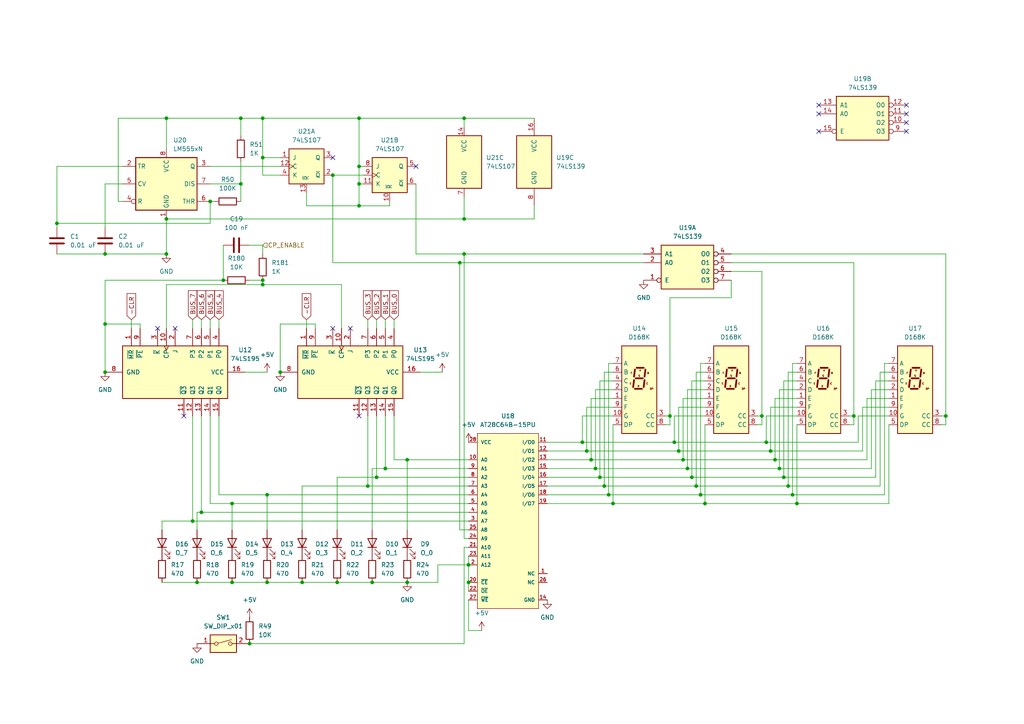
<source format=kicad_sch>
(kicad_sch (version 20230121) (generator eeschema)
  (paper "A4")
  (title_block (title "Output-Register") (date "2023-07-12") (rev "1"))
  (lib_symbols
    (symbol "74xx:74LS107" (pin_names (offset 1.016))
      (property "Reference" "U" (at -7.62 8.89 0))
      (property "Value" "74LS107" (at -7.62 -8.89 0))
      (symbol "74LS107_1_0"
        (pin input line (at -7.62 2.54 0) (length 2.54) (name "J") (number "1"))
        (pin input clock (at -7.62 0 0) (length 2.54) (name "C") (number "12"))
        (pin input line (at 0 -7.62 90) (length 2.54) (name "~{R}") (number "13"))
        (pin output line (at 7.62 -2.54 180) (length 2.54) (name "~{Q}") (number "2"))
        (pin output line (at 7.62 2.54 180) (length 2.54) (name "Q") (number "3"))
        (pin input line (at -7.62 -2.54 0) (length 2.54) (name "K") (number "4"))
      )
      (symbol "74LS107_1_1"
        (rectangle (start -5.08 5.08) (end 5.08 -5.08) (stroke (width 0.254)) (fill (type background)))
      )
      (symbol "74LS107_2_0"
        (pin input line (at 0 -7.62 90) (length 2.54) (name "~{R}") (number "10"))
        (pin input line (at -7.62 -2.54 0) (length 2.54) (name "K") (number "11"))
        (pin output line (at 7.62 2.54 180) (length 2.54) (name "Q") (number "5"))
        (pin output line (at 7.62 -2.54 180) (length 2.54) (name "~{Q}") (number "6"))
        (pin input line (at -7.62 2.54 0) (length 2.54) (name "J") (number "8"))
        (pin input clock (at -7.62 0 0) (length 2.54) (name "C") (number "9"))
      )
      (symbol "74LS107_2_1"
        (rectangle (start -5.08 5.08) (end 5.08 -5.08) (stroke (width 0.254)) (fill (type background)))
      )
      (symbol "74LS107_3_0"
        (pin power_in line (at 0 10.16 270) (length 2.54) (name "VCC") (number "14"))
        (pin power_in line (at 0 -10.16 90) (length 2.54) (name "GND") (number "7"))
      )
      (symbol "74LS107_3_1"
        (rectangle (start -5.08 7.62) (end 5.08 -7.62) (stroke (width 0.254)) (fill (type background)))
      )
    )
    (symbol "74xx:74LS139" (pin_names (offset 1.016))
      (property "Reference" "U" (at -7.62 8.89 0))
      (property "Value" "74LS139" (at -7.62 -8.89 0))
      (symbol "74LS139_1_0"
        (pin input inverted (at -12.7 -5.08 0) (length 5.08) (name "E") (number "1"))
        (pin input line (at -12.7 0 0) (length 5.08) (name "A0") (number "2"))
        (pin input line (at -12.7 2.54 0) (length 5.08) (name "A1") (number "3"))
        (pin output inverted (at 12.7 2.54 180) (length 5.08) (name "O0") (number "4"))
        (pin output inverted (at 12.7 0 180) (length 5.08) (name "O1") (number "5"))
        (pin output inverted (at 12.7 -2.54 180) (length 5.08) (name "O2") (number "6"))
        (pin output inverted (at 12.7 -5.08 180) (length 5.08) (name "O3") (number "7"))
      )
      (symbol "74LS139_1_1"
        (rectangle (start -7.62 5.08) (end 7.62 -7.62) (stroke (width 0.254)) (fill (type background)))
      )
      (symbol "74LS139_2_0"
        (pin output inverted (at 12.7 -2.54 180) (length 5.08) (name "O2") (number "10"))
        (pin output inverted (at 12.7 0 180) (length 5.08) (name "O1") (number "11"))
        (pin output inverted (at 12.7 2.54 180) (length 5.08) (name "O0") (number "12"))
        (pin input line (at -12.7 2.54 0) (length 5.08) (name "A1") (number "13"))
        (pin input line (at -12.7 0 0) (length 5.08) (name "A0") (number "14"))
        (pin input inverted (at -12.7 -5.08 0) (length 5.08) (name "E") (number "15"))
        (pin output inverted (at 12.7 -5.08 180) (length 5.08) (name "O3") (number "9"))
      )
      (symbol "74LS139_2_1"
        (rectangle (start -7.62 5.08) (end 7.62 -7.62) (stroke (width 0.254)) (fill (type background)))
      )
      (symbol "74LS139_3_0"
        (pin power_in line (at 0 12.7 270) (length 5.08) (name "VCC") (number "16"))
        (pin power_in line (at 0 -12.7 90) (length 5.08) (name "GND") (number "8"))
      )
      (symbol "74LS139_3_1"
        (rectangle (start -5.08 7.62) (end 5.08 -7.62) (stroke (width 0.254)) (fill (type background)))
      )
    )
    (symbol "74xx:74LS195" (pin_names (offset 1.016))
      (property "Reference" "U" (at -7.62 16.51 0))
      (property "Value" "74LS195" (at -7.62 -16.51 0))
      (symbol "74LS195_1_0"
        (pin input line (at -12.7 -12.7 0) (length 5.08) (name "~{MR}") (number "1"))
        (pin input clock (at -12.7 -2.54 0) (length 5.08) (name "CP") (number "10"))
        (pin output line (at 12.7 2.54 180) (length 5.08) (name "~{Q3}") (number "11"))
        (pin output line (at 12.7 5.08 180) (length 5.08) (name "Q3") (number "12"))
        (pin output line (at 12.7 7.62 180) (length 5.08) (name "Q2") (number "13"))
        (pin output line (at 12.7 10.16 180) (length 5.08) (name "Q1") (number "14"))
        (pin output line (at 12.7 12.7 180) (length 5.08) (name "Q0") (number "15"))
        (pin power_in line (at 0 20.32 270) (length 5.08) (name "VCC") (number "16"))
        (pin input line (at -12.7 0 0) (length 5.08) (name "J") (number "2"))
        (pin input line (at -12.7 -5.08 0) (length 5.08) (name "~{K}") (number "3"))
        (pin input line (at -12.7 12.7 0) (length 5.08) (name "P0") (number "4"))
        (pin input line (at -12.7 10.16 0) (length 5.08) (name "P1") (number "5"))
        (pin input line (at -12.7 7.62 0) (length 5.08) (name "P2") (number "6"))
        (pin input line (at -12.7 5.08 0) (length 5.08) (name "P3") (number "7"))
        (pin power_in line (at 0 -20.32 90) (length 5.08) (name "GND") (number "8"))
        (pin input line (at -12.7 -10.16 0) (length 5.08) (name "~{PE}") (number "9"))
      )
      (symbol "74LS195_1_1"
        (rectangle (start -7.62 15.24) (end 7.62 -15.24) (stroke (width 0.254)) (fill (type background)))
      )
    )
    (symbol "Device:C" (pin_numbers hide) (pin_names (offset 0.254))
      (property "Reference" "C" (at 0.635 2.54 0))
      (property "Value" "C" (at 0.635 -2.54 0))
      (symbol "C_0_1"
        (polyline (pts (xy -2.032 -0.762) (xy 2.032 -0.762)) (stroke (width 0.508)))
        (polyline (pts (xy -2.032 0.762) (xy 2.032 0.762)) (stroke (width 0.508)))
      )
      (symbol "C_1_1"
        (pin passive line (at 0 3.81 270) (length 2.794) (name "~") (number "1"))
        (pin passive line (at 0 -3.81 90) (length 2.794) (name "~") (number "2"))
      )
    )
    (symbol "Device:LED" (pin_numbers hide) (pin_names (offset 1.016) hide)
      (property "Reference" "D" (at 0 2.54 0))
      (property "Value" "LED" (at 0 -2.54 0))
      (symbol "LED_0_1"
        (polyline (pts (xy -1.27 -1.27) (xy -1.27 1.27)) (stroke (width 0.254)))
        (polyline (pts (xy -1.27 0) (xy 1.27 0)))
        (polyline (pts (xy 1.27 -1.27) (xy 1.27 1.27) (xy -1.27 0) (xy 1.27 -1.27)) (stroke (width 0.254)))
        (polyline (pts (xy -3.048 -0.762) (xy -4.572 -2.286) (xy -3.81 -2.286) (xy -4.572 -2.286) (xy -4.572 -1.524)))
        (polyline (pts (xy -1.778 -0.762) (xy -3.302 -2.286) (xy -2.54 -2.286) (xy -3.302 -2.286) (xy -3.302 -1.524)))
      )
      (symbol "LED_1_1"
        (pin passive line (at -3.81 0 0) (length 2.54) (name "K") (number "1"))
        (pin passive line (at 3.81 0 180) (length 2.54) (name "A") (number "2"))
      )
    )
    (symbol "Device:R" (pin_numbers hide) (pin_names (offset 0))
      (property "Reference" "R" (at 2.032 0 90))
      (property "Value" "R" (at 0 0 90))
      (symbol "R_0_1"
        (rectangle (start -1.016 -2.54) (end 1.016 2.54) (stroke (width 0.254)))
      )
      (symbol "R_1_1"
        (pin passive line (at 0 3.81 270) (length 1.27) (name "~") (number "1"))
        (pin passive line (at 0 -3.81 90) (length 1.27) (name "~") (number "2"))
      )
    )
    (symbol "Display_Character:D168K"
      (property "Reference" "U" (at -2.54 13.97 0))
      (property "Value" "D168K" (at 1.27 13.97 0))
      (symbol "D168K_0_0"
        (text "A" (at 0.254 5.588 0) (effects (font (size 0.508 0.508))))
        (text "B" (at 2.54 4.826 0) (effects (font (size 0.508 0.508))))
        (text "C" (at 2.286 1.778 0) (effects (font (size 0.508 0.508))))
        (text "D" (at -0.254 1.016 0) (effects (font (size 0.508 0.508))))
        (text "DP" (at 3.556 0.254 0) (effects (font (size 0.508 0.508))))
        (text "E" (at -2.54 1.778 0) (effects (font (size 0.508 0.508))))
        (text "F" (at -2.286 4.826 0) (effects (font (size 0.508 0.508))))
        (text "G" (at 0 4.064 0) (effects (font (size 0.508 0.508))))
      )
      (symbol "D168K_0_1"
        (rectangle (start -5.08 12.7) (end 5.08 -12.7) (stroke (width 0.254)) (fill (type background)))
        (polyline (pts (xy -1.524 2.794) (xy -1.778 0.762)) (stroke (width 0.508)))
        (polyline (pts (xy -1.27 0.254) (xy 0.762 0.254)) (stroke (width 0.508)))
        (polyline (pts (xy -1.27 5.842) (xy -1.524 3.81)) (stroke (width 0.508)))
        (polyline (pts (xy -1.016 3.302) (xy 1.016 3.302)) (stroke (width 0.508)))
        (polyline (pts (xy -0.762 6.35) (xy 1.27 6.35)) (stroke (width 0.508)))
        (polyline (pts (xy 1.524 2.794) (xy 1.27 0.762)) (stroke (width 0.508)))
        (polyline (pts (xy 1.778 5.842) (xy 1.524 3.81)) (stroke (width 0.508)))
        (polyline (pts (xy 2.54 0.254) (xy 2.54 0.254)) (stroke (width 0.508)))
      )
      (symbol "D168K_1_1"
        (pin input line (at -7.62 -2.54 0) (length 2.54) (name "E") (number "1"))
        (pin input line (at -7.62 -7.62 0) (length 2.54) (name "G") (number "10"))
        (pin input line (at -7.62 0 0) (length 2.54) (name "D") (number "2"))
        (pin input line (at 7.62 -7.62 180) (length 2.54) (name "CC") (number "3"))
        (pin input line (at -7.62 2.54 0) (length 2.54) (name "C") (number "4"))
        (pin input line (at -7.62 -10.16 0) (length 2.54) (name "DP") (number "5"))
        (pin input line (at -7.62 5.08 0) (length 2.54) (name "B") (number "6"))
        (pin input line (at -7.62 7.62 0) (length 2.54) (name "A") (number "7"))
        (pin input line (at 7.62 -10.16 180) (length 2.54) (name "CC") (number "8"))
        (pin input line (at -7.62 -5.08 0) (length 2.54) (name "F") (number "9"))
      )
    )
    (symbol "Parallel_EEPROM:AT28C64B-15PU" (pin_names (offset 1.016))
      (property "Reference" "U" (at 0 5.08 0))
      (property "Value" "AT28C64B-15PU" (at 0 7.62 0))
      (symbol "AT28C64B-15PU_1_1"
        (rectangle (start 5.08 2.54) (end 22.86 -48.26) (fill (type background)))
        (pin unspecified line (at 25.4 -38.1 180) (length 2.54) (name "NC") (number "1"))
        (pin input line (at 2.54 -5.08 0) (length 2.54) (name "A0") (number "10"))
        (pin bidirectional line (at 25.4 0 180) (length 2.54) (name "I/O0") (number "11"))
        (pin bidirectional line (at 25.4 -2.54 180) (length 2.54) (name "I/O1") (number "12"))
        (pin bidirectional line (at 25.4 -5.08 180) (length 2.54) (name "I/O2") (number "13"))
        (pin power_in line (at 25.4 -45.72 180) (length 2.54) (name "GND") (number "14"))
        (pin bidirectional line (at 25.4 -7.62 180) (length 2.54) (name "I/O3") (number "15"))
        (pin bidirectional line (at 25.4 -10.16 180) (length 2.54) (name "I/O4") (number "16"))
        (pin bidirectional line (at 25.4 -12.7 180) (length 2.54) (name "I/O5") (number "17"))
        (pin bidirectional line (at 25.4 -15.24 180) (length 2.54) (name "I/O6") (number "18"))
        (pin bidirectional line (at 25.4 -17.78 180) (length 2.54) (name "I/O7") (number "19"))
        (pin input line (at 2.54 -35.56 0) (length 2.54) (name "A12") (number "2"))
        (pin input line (at 2.54 -40.64 0) (length 2.54) (name "~{CE}") (number "20"))
        (pin input line (at 2.54 -30.48 0) (length 2.54) (name "A10") (number "21"))
        (pin input line (at 2.54 -43.18 0) (length 2.54) (name "~{OE}") (number "22"))
        (pin input line (at 2.54 -33.02 0) (length 2.54) (name "A11") (number "23"))
        (pin input line (at 2.54 -27.94 0) (length 2.54) (name "A9") (number "24"))
        (pin input line (at 2.54 -25.4 0) (length 2.54) (name "A8") (number "25"))
        (pin unspecified line (at 25.4 -40.64 180) (length 2.54) (name "NC") (number "26"))
        (pin input line (at 2.54 -45.72 0) (length 2.54) (name "~{WE}") (number "27"))
        (pin power_in line (at 2.54 0 0) (length 2.54) (name "VCC") (number "28"))
        (pin input line (at 2.54 -22.86 0) (length 2.54) (name "A7") (number "3"))
        (pin input line (at 2.54 -20.32 0) (length 2.54) (name "A6") (number "4"))
        (pin input line (at 2.54 -17.78 0) (length 2.54) (name "A5") (number "5"))
        (pin input line (at 2.54 -15.24 0) (length 2.54) (name "A4") (number "6"))
        (pin input line (at 2.54 -12.7 0) (length 2.54) (name "A3") (number "7"))
        (pin input line (at 2.54 -10.16 0) (length 2.54) (name "A2") (number "8"))
        (pin input line (at 2.54 -7.62 0) (length 2.54) (name "A1") (number "9"))
      )
    )
    (symbol "Switch:SW_DIP_x01" (pin_names (offset 0) hide)
      (property "Reference" "SW" (at 0 3.81 0))
      (property "Value" "SW_DIP_x01" (at 0 -3.81 0))
      (symbol "SW_DIP_x01_0_0"
        (circle (center -2.032 0) (radius 0.508))
        (polyline (pts (xy -1.524 0.127) (xy 2.3622 1.1684)))
        (circle (center 2.032 0) (radius 0.508))
      )
      (symbol "SW_DIP_x01_0_1"
        (rectangle (start -3.81 2.54) (end 3.81 -2.54) (stroke (width 0.254)) (fill (type background)))
      )
      (symbol "SW_DIP_x01_1_1"
        (pin passive line (at -7.62 0 0) (length 5.08) (name "~") (number "1"))
        (pin passive line (at 7.62 0 180) (length 5.08) (name "~") (number "2"))
      )
    )
    (symbol "Timer:LM555xN"
      (property "Reference" "U" (at -10.16 8.89 0))
      (property "Value" "LM555xN" (at 2.54 8.89 0))
      (symbol "LM555xN_0_0"
        (pin power_in line (at 0 -10.16 90) (length 2.54) (name "GND") (number "1"))
        (pin power_in line (at 0 10.16 270) (length 2.54) (name "VCC") (number "8"))
      )
      (symbol "LM555xN_0_1"
        (rectangle (start -8.89 -7.62) (end 8.89 7.62) (stroke (width 0.254)) (fill (type background)))
        (rectangle (start -8.89 -7.62) (end 8.89 7.62) (stroke (width 0.254)) (fill (type background)))
      )
      (symbol "LM555xN_1_1"
        (pin input line (at -12.7 5.08 0) (length 3.81) (name "TR") (number "2"))
        (pin output line (at 12.7 5.08 180) (length 3.81) (name "Q") (number "3"))
        (pin input inverted (at -12.7 -5.08 0) (length 3.81) (name "R") (number "4"))
        (pin input line (at -12.7 0 0) (length 3.81) (name "CV") (number "5"))
        (pin input line (at 12.7 -5.08 180) (length 3.81) (name "THR") (number "6"))
        (pin input line (at 12.7 0 180) (length 3.81) (name "DIS") (number "7"))
      )
    )
    (symbol "power:+5V" (power) (pin_names (offset 0))
      (property "Value" "+5V" (at 0 3.556 0))
      (symbol "+5V_0_1"
        (polyline (pts (xy -0.762 1.27) (xy 0 2.54)))
        (polyline (pts (xy 0 0) (xy 0 2.54)))
        (polyline (pts (xy 0 2.54) (xy 0.762 1.27)))
      )
      (symbol "+5V_1_1"
        (pin power_in line (at 0 0 90) (length 0) hide (name "+5V") (number "1"))
      )
    )
    (symbol "power:GND" (power) (pin_names (offset 0))
      (property "Value" "GND" (at 0 -3.81 0))
      (symbol "GND_0_1"
        (polyline (pts (xy 0 0) (xy 0 -1.27) (xy 1.27 -1.27) (xy 0 -2.54) (xy -1.27 -1.27) (xy 0 -1.27)))
      )
      (symbol "GND_1_1"
        (pin power_in line (at 0 0 270) (length 0) hide (name "GND") (number "1"))
      )
    )
  )
  (junction (at 196.85 130.81))
  (junction (at 194.31 120.65))
  (junction (at 57.15 168.91))
  (junction (at 111.76 135.89))
  (junction (at 220.98 120.65))
  (junction (at 30.48 73.66))
  (junction (at 198.12 133.35))
  (junction (at 76.2 34.29))
  (junction (at 227.33 138.43))
  (junction (at 118.11 133.35))
  (junction (at 81.28 107.95))
  (junction (at 229.87 143.51))
  (junction (at 109.22 138.43))
  (junction (at 106.68 140.97))
  (junction (at 30.48 107.95))
  (junction (at 223.52 130.81))
  (junction (at 201.93 140.97))
  (junction (at 77.47 168.91))
  (junction (at 64.77 81.28))
  (junction (at 204.47 146.05))
  (junction (at 58.42 148.59))
  (junction (at 30.48 93.98))
  (junction (at 67.31 146.05))
  (junction (at 134.62 73.66))
  (junction (at 76.2 81.28))
  (junction (at 177.8 146.05))
  (junction (at 171.45 133.35))
  (junction (at 104.14 59.69))
  (junction (at 274.32 120.65))
  (junction (at 97.79 168.91))
  (junction (at 170.18 130.81))
  (junction (at 76.2 45.72))
  (junction (at 48.26 34.29))
  (junction (at 118.11 168.91))
  (junction (at 96.52 50.8))
  (junction (at 104.14 53.34))
  (junction (at 135.89 168.91))
  (junction (at 69.85 53.34))
  (junction (at 228.6 140.97))
  (junction (at 48.26 73.66))
  (junction (at 226.06 135.89))
  (junction (at 104.14 34.29))
  (junction (at 173.99 138.43))
  (junction (at 224.79 133.35))
  (junction (at 104.14 48.26))
  (junction (at 133.35 76.2))
  (junction (at 135.89 163.83))
  (junction (at 176.53 143.51))
  (junction (at 60.96 58.42))
  (junction (at 76.2 82.55))
  (junction (at 172.72 135.89))
  (junction (at 247.65 120.65))
  (junction (at 134.62 34.29))
  (junction (at 67.31 168.91))
  (junction (at 222.25 128.27))
  (junction (at 203.2 143.51))
  (junction (at 87.63 168.91))
  (junction (at 72.39 186.69))
  (junction (at 168.91 128.27))
  (junction (at 200.66 138.43))
  (junction (at 199.39 135.89))
  (junction (at 107.95 168.91))
  (junction (at 77.47 143.51))
  (junction (at 16.51 64.77))
  (junction (at 48.26 63.5))
  (junction (at 175.26 140.97))
  (junction (at 134.62 63.5))
  (junction (at 55.88 151.13))
  (junction (at 69.85 34.29))
  (junction (at 231.14 146.05))
  (junction (at 195.58 128.27))
  (no_connect (at 53.34 120.65))
  (no_connect (at 262.89 30.48))
  (no_connect (at 237.49 30.48))
  (no_connect (at 50.8 95.25))
  (no_connect (at 262.89 38.1))
  (no_connect (at 262.89 33.02))
  (no_connect (at 262.89 35.56))
  (no_connect (at 96.52 95.25))
  (no_connect (at 104.14 120.65))
  (no_connect (at 101.6 95.25))
  (no_connect (at 96.52 45.72))
  (no_connect (at 45.72 95.25))
  (no_connect (at 120.65 48.26))
  (no_connect (at 237.49 38.1))
  (no_connect (at 237.49 33.02))
  (wire (pts (xy 177.8 107.95) (xy 175.26 107.95)))
  (wire (pts (xy 201.93 107.95) (xy 201.93 140.97)))
  (wire (pts (xy 134.62 63.5) (xy 154.94 63.5)))
  (wire (pts (xy 118.11 133.35) (xy 118.11 153.67)))
  (wire (pts (xy 35.56 58.42) (xy 34.29 58.42)))
  (wire (pts (xy 87.63 140.97) (xy 106.68 140.97)))
  (wire (pts (xy 133.35 76.2) (xy 186.69 76.2)))
  (wire (pts (xy 87.63 153.67) (xy 87.63 140.97)))
  (wire (pts (xy 177.8 110.49) (xy 173.99 110.49)))
  (wire (pts (xy 64.77 71.12) (xy 64.77 81.28)))
  (wire (pts (xy 67.31 146.05) (xy 67.31 153.67)))
  (wire (pts (xy 194.31 123.19) (xy 193.04 123.19)))
  (wire (pts (xy 177.8 115.57) (xy 171.45 115.57)))
  (wire (pts (xy 223.52 130.81) (xy 250.19 130.81)))
  (wire (pts (xy 133.35 153.67) (xy 133.35 76.2)))
  (wire (pts (xy 175.26 107.95) (xy 175.26 140.97)))
  (wire (pts (xy 88.9 55.88) (xy 88.9 59.69)))
  (wire (pts (xy 199.39 113.03) (xy 199.39 135.89)))
  (wire (pts (xy 226.06 135.89) (xy 252.73 135.89)))
  (wire (pts (xy 60.96 92.71) (xy 60.96 95.25)))
  (wire (pts (xy 158.75 140.97) (xy 175.26 140.97)))
  (wire (pts (xy 158.75 135.89) (xy 172.72 135.89)))
  (wire (pts (xy 231.14 123.19) (xy 231.14 146.05)))
  (wire (pts (xy 76.2 71.12) (xy 72.39 71.12)))
  (wire (pts (xy 135.89 182.88) (xy 139.7 182.88)))
  (wire (pts (xy 48.26 63.5) (xy 48.26 73.66)))
  (wire (pts (xy 77.47 143.51) (xy 77.47 153.67)))
  (wire (pts (xy 220.98 78.74) (xy 220.98 120.65)))
  (wire (pts (xy 91.44 95.25) (xy 91.44 93.98)))
  (wire (pts (xy 87.63 168.91) (xy 97.79 168.91)))
  (wire (pts (xy 76.2 45.72) (xy 76.2 50.8)))
  (wire (pts (xy 135.89 163.83) (xy 127 163.83)))
  (wire (pts (xy 177.8 118.11) (xy 170.18 118.11)))
  (wire (pts (xy 224.79 133.35) (xy 251.46 133.35)))
  (wire (pts (xy 67.31 146.05) (xy 135.89 146.05)))
  (wire (pts (xy 134.62 158.75) (xy 135.89 158.75)))
  (wire (pts (xy 76.2 50.8) (xy 81.28 50.8)))
  (wire (pts (xy 107.95 168.91) (xy 118.11 168.91)))
  (wire (pts (xy 96.52 50.8) (xy 105.41 50.8)))
  (wire (pts (xy 134.62 186.69) (xy 134.62 158.75)))
  (wire (pts (xy 58.42 148.59) (xy 135.89 148.59)))
  (wire (pts (xy 76.2 34.29) (xy 76.2 45.72)))
  (wire (pts (xy 252.73 113.03) (xy 257.81 113.03)))
  (wire (pts (xy 226.06 113.03) (xy 226.06 135.89)))
  (wire (pts (xy 170.18 130.81) (xy 196.85 130.81)))
  (wire (pts (xy 97.79 138.43) (xy 109.22 138.43)))
  (wire (pts (xy 256.54 143.51) (xy 256.54 105.41)))
  (wire (pts (xy 158.75 143.51) (xy 176.53 143.51)))
  (wire (pts (xy 69.85 53.34) (xy 69.85 58.42)))
  (wire (pts (xy 96.52 76.2) (xy 133.35 76.2)))
  (wire (pts (xy 134.62 156.21) (xy 134.62 73.66)))
  (wire (pts (xy 111.76 120.65) (xy 111.76 135.89)))
  (wire (pts (xy 69.85 34.29) (xy 69.85 39.37)))
  (wire (pts (xy 219.71 120.65) (xy 220.98 120.65)))
  (wire (pts (xy 30.48 93.98) (xy 30.48 107.95)))
  (wire (pts (xy 16.51 64.77) (xy 16.51 66.04)))
  (wire (pts (xy 109.22 138.43) (xy 135.89 138.43)))
  (wire (pts (xy 16.51 48.26) (xy 16.51 64.77)))
  (wire (pts (xy 106.68 120.65) (xy 106.68 140.97)))
  (wire (pts (xy 16.51 64.77) (xy 60.96 64.77)))
  (wire (pts (xy 135.89 161.29) (xy 135.89 163.83)))
  (wire (pts (xy 58.42 120.65) (xy 58.42 148.59)))
  (wire (pts (xy 134.62 73.66) (xy 186.69 73.66)))
  (wire (pts (xy 57.15 148.59) (xy 58.42 148.59)))
  (wire (pts (xy 256.54 105.41) (xy 257.81 105.41)))
  (wire (pts (xy 204.47 110.49) (xy 200.66 110.49)))
  (wire (pts (xy 38.1 92.71) (xy 38.1 95.25)))
  (wire (pts (xy 200.66 110.49) (xy 200.66 138.43)))
  (wire (pts (xy 274.32 123.19) (xy 273.05 123.19)))
  (wire (pts (xy 88.9 59.69) (xy 104.14 59.69)))
  (wire (pts (xy 228.6 140.97) (xy 255.27 140.97)))
  (wire (pts (xy 60.96 53.34) (xy 69.85 53.34)))
  (wire (pts (xy 106.68 92.71) (xy 106.68 95.25)))
  (wire (pts (xy 199.39 135.89) (xy 226.06 135.89)))
  (wire (pts (xy 77.47 168.91) (xy 87.63 168.91)))
  (wire (pts (xy 224.79 115.57) (xy 224.79 133.35)))
  (wire (pts (xy 198.12 115.57) (xy 198.12 133.35)))
  (wire (pts (xy 104.14 34.29) (xy 76.2 34.29)))
  (wire (pts (xy 171.45 133.35) (xy 198.12 133.35)))
  (wire (pts (xy 114.3 120.65) (xy 114.3 133.35)))
  (wire (pts (xy 274.32 73.66) (xy 274.32 120.65)))
  (wire (pts (xy 204.47 120.65) (xy 195.58 120.65)))
  (wire (pts (xy 250.19 118.11) (xy 257.81 118.11)))
  (wire (pts (xy 195.58 128.27) (xy 222.25 128.27)))
  (wire (pts (xy 248.92 120.65) (xy 257.81 120.65)))
  (wire (pts (xy 34.29 58.42) (xy 34.29 34.29)))
  (wire (pts (xy 105.41 48.26) (xy 104.14 48.26)))
  (wire (pts (xy 60.96 58.42) (xy 60.96 64.77)))
  (wire (pts (xy 63.5 92.71) (xy 63.5 95.25)))
  (wire (pts (xy 72.39 81.28) (xy 76.2 81.28)))
  (wire (pts (xy 60.96 58.42) (xy 62.23 58.42)))
  (wire (pts (xy 134.62 34.29) (xy 154.94 34.29)))
  (wire (pts (xy 274.32 120.65) (xy 274.32 123.19)))
  (wire (pts (xy 76.2 81.28) (xy 76.2 82.55)))
  (wire (pts (xy 34.29 34.29) (xy 48.26 34.29)))
  (wire (pts (xy 35.56 53.34) (xy 30.48 53.34)))
  (wire (pts (xy 229.87 143.51) (xy 256.54 143.51)))
  (wire (pts (xy 48.26 43.18) (xy 48.26 34.29)))
  (wire (pts (xy 251.46 133.35) (xy 251.46 115.57)))
  (wire (pts (xy 97.79 168.91) (xy 107.95 168.91)))
  (wire (pts (xy 57.15 153.67) (xy 57.15 148.59)))
  (wire (pts (xy 212.09 78.74) (xy 220.98 78.74)))
  (wire (pts (xy 231.14 118.11) (xy 223.52 118.11)))
  (wire (pts (xy 113.03 59.69) (xy 113.03 58.42)))
  (wire (pts (xy 135.89 173.99) (xy 135.89 182.88)))
  (wire (pts (xy 76.2 82.55) (xy 99.06 82.55)))
  (wire (pts (xy 46.99 151.13) (xy 55.88 151.13)))
  (wire (pts (xy 212.09 73.66) (xy 274.32 73.66)))
  (wire (pts (xy 177.8 123.19) (xy 177.8 146.05)))
  (wire (pts (xy 227.33 110.49) (xy 227.33 138.43)))
  (wire (pts (xy 223.52 118.11) (xy 223.52 130.81)))
  (wire (pts (xy 120.65 53.34) (xy 120.65 73.66)))
  (wire (pts (xy 172.72 135.89) (xy 199.39 135.89)))
  (wire (pts (xy 204.47 113.03) (xy 199.39 113.03)))
  (wire (pts (xy 96.52 50.8) (xy 96.52 76.2)))
  (wire (pts (xy 247.65 76.2) (xy 247.65 120.65)))
  (wire (pts (xy 257.81 146.05) (xy 257.81 123.19)))
  (wire (pts (xy 135.89 163.83) (xy 135.89 168.91)))
  (wire (pts (xy 273.05 120.65) (xy 274.32 120.65)))
  (wire (pts (xy 171.45 115.57) (xy 171.45 133.35)))
  (wire (pts (xy 195.58 120.65) (xy 195.58 128.27)))
  (wire (pts (xy 231.14 113.03) (xy 226.06 113.03)))
  (wire (pts (xy 212.09 76.2) (xy 247.65 76.2)))
  (wire (pts (xy 173.99 138.43) (xy 200.66 138.43)))
  (wire (pts (xy 194.31 86.36) (xy 194.31 120.65)))
  (wire (pts (xy 71.12 107.95) (xy 77.47 107.95)))
  (wire (pts (xy 109.22 120.65) (xy 109.22 138.43)))
  (wire (pts (xy 135.89 168.91) (xy 135.89 171.45)))
  (wire (pts (xy 194.31 120.65) (xy 194.31 123.19)))
  (wire (pts (xy 212.09 86.36) (xy 194.31 86.36)))
  (wire (pts (xy 76.2 45.72) (xy 81.28 45.72)))
  (wire (pts (xy 64.77 81.28) (xy 30.48 81.28)))
  (wire (pts (xy 176.53 143.51) (xy 203.2 143.51)))
  (wire (pts (xy 127 168.91) (xy 118.11 168.91)))
  (wire (pts (xy 252.73 135.89) (xy 252.73 113.03)))
  (wire (pts (xy 134.62 63.5) (xy 134.62 57.15)))
  (wire (pts (xy 251.46 115.57) (xy 257.81 115.57)))
  (wire (pts (xy 72.39 186.69) (xy 134.62 186.69)))
  (wire (pts (xy 16.51 73.66) (xy 30.48 73.66)))
  (wire (pts (xy 255.27 140.97) (xy 255.27 107.95)))
  (wire (pts (xy 204.47 105.41) (xy 203.2 105.41)))
  (wire (pts (xy 177.8 146.05) (xy 204.47 146.05)))
  (wire (pts (xy 154.94 63.5) (xy 154.94 59.69)))
  (wire (pts (xy 204.47 115.57) (xy 198.12 115.57)))
  (wire (pts (xy 158.75 130.81) (xy 170.18 130.81)))
  (wire (pts (xy 106.68 140.97) (xy 135.89 140.97)))
  (wire (pts (xy 55.88 120.65) (xy 55.88 151.13)))
  (wire (pts (xy 104.14 59.69) (xy 113.03 59.69)))
  (wire (pts (xy 255.27 107.95) (xy 257.81 107.95)))
  (wire (pts (xy 176.53 105.41) (xy 176.53 143.51)))
  (wire (pts (xy 220.98 123.19) (xy 219.71 123.19)))
  (wire (pts (xy 203.2 143.51) (xy 229.87 143.51)))
  (wire (pts (xy 104.14 34.29) (xy 104.14 48.26)))
  (wire (pts (xy 58.42 92.71) (xy 58.42 95.25)))
  (wire (pts (xy 109.22 92.71) (xy 109.22 95.25)))
  (wire (pts (xy 254 110.49) (xy 257.81 110.49)))
  (wire (pts (xy 121.92 107.95) (xy 128.27 107.95)))
  (wire (pts (xy 77.47 143.51) (xy 135.89 143.51)))
  (wire (pts (xy 48.26 82.55) (xy 48.26 95.25)))
  (wire (pts (xy 158.75 128.27) (xy 168.91 128.27)))
  (wire (pts (xy 203.2 105.41) (xy 203.2 143.51)))
  (wire (pts (xy 196.85 118.11) (xy 196.85 130.81)))
  (wire (pts (xy 198.12 133.35) (xy 224.79 133.35)))
  (wire (pts (xy 196.85 130.81) (xy 223.52 130.81)))
  (wire (pts (xy 135.89 153.67) (xy 133.35 153.67)))
  (wire (pts (xy 30.48 81.28) (xy 30.48 93.98)))
  (wire (pts (xy 229.87 105.41) (xy 229.87 143.51)))
  (wire (pts (xy 60.96 48.26) (xy 81.28 48.26)))
  (wire (pts (xy 111.76 92.71) (xy 111.76 95.25)))
  (wire (pts (xy 177.8 113.03) (xy 172.72 113.03)))
  (wire (pts (xy 177.8 120.65) (xy 168.91 120.65)))
  (wire (pts (xy 48.26 82.55) (xy 76.2 82.55)))
  (wire (pts (xy 231.14 146.05) (xy 257.81 146.05)))
  (wire (pts (xy 135.89 156.21) (xy 134.62 156.21)))
  (wire (pts (xy 204.47 123.19) (xy 204.47 146.05)))
  (wire (pts (xy 48.26 63.5) (xy 134.62 63.5)))
  (wire (pts (xy 170.18 118.11) (xy 170.18 130.81)))
  (wire (pts (xy 35.56 48.26) (xy 16.51 48.26)))
  (wire (pts (xy 134.62 34.29) (xy 134.62 36.83)))
  (wire (pts (xy 231.14 105.41) (xy 229.87 105.41)))
  (wire (pts (xy 55.88 151.13) (xy 135.89 151.13)))
  (wire (pts (xy 204.47 107.95) (xy 201.93 107.95)))
  (wire (pts (xy 168.91 120.65) (xy 168.91 128.27)))
  (wire (pts (xy 99.06 95.25) (xy 99.06 82.55)))
  (wire (pts (xy 111.76 135.89) (xy 135.89 135.89)))
  (wire (pts (xy 247.65 120.65) (xy 247.65 123.19)))
  (wire (pts (xy 227.33 138.43) (xy 254 138.43)))
  (wire (pts (xy 246.38 120.65) (xy 247.65 120.65)))
  (wire (pts (xy 67.31 168.91) (xy 77.47 168.91)))
  (wire (pts (xy 40.64 93.98) (xy 30.48 93.98)))
  (wire (pts (xy 104.14 48.26) (xy 104.14 53.34)))
  (wire (pts (xy 231.14 115.57) (xy 224.79 115.57)))
  (wire (pts (xy 114.3 133.35) (xy 118.11 133.35)))
  (wire (pts (xy 57.15 168.91) (xy 67.31 168.91)))
  (wire (pts (xy 30.48 73.66) (xy 48.26 73.66)))
  (wire (pts (xy 104.14 53.34) (xy 105.41 53.34)))
  (wire (pts (xy 97.79 153.67) (xy 97.79 138.43)))
  (wire (pts (xy 201.93 140.97) (xy 228.6 140.97)))
  (wire (pts (xy 120.65 73.66) (xy 134.62 73.66)))
  (wire (pts (xy 222.25 120.65) (xy 222.25 128.27)))
  (wire (pts (xy 220.98 120.65) (xy 220.98 123.19)))
  (wire (pts (xy 104.14 34.29) (xy 134.62 34.29)))
  (wire (pts (xy 88.9 92.71) (xy 88.9 95.25)))
  (wire (pts (xy 63.5 143.51) (xy 77.47 143.51)))
  (wire (pts (xy 91.44 93.98) (xy 81.28 93.98)))
  (wire (pts (xy 172.72 113.03) (xy 172.72 135.89)))
  (wire (pts (xy 204.47 118.11) (xy 196.85 118.11)))
  (wire (pts (xy 69.85 34.29) (xy 76.2 34.29)))
  (wire (pts (xy 127 163.83) (xy 127 168.91)))
  (wire (pts (xy 76.2 73.66) (xy 76.2 71.12)))
  (wire (pts (xy 248.92 128.27) (xy 248.92 120.65)))
  (wire (pts (xy 107.95 153.67) (xy 107.95 135.89)))
  (wire (pts (xy 55.88 92.71) (xy 55.88 95.25)))
  (wire (pts (xy 168.91 128.27) (xy 195.58 128.27)))
  (wire (pts (xy 254 138.43) (xy 254 110.49)))
  (wire (pts (xy 46.99 168.91) (xy 57.15 168.91)))
  (wire (pts (xy 107.95 135.89) (xy 111.76 135.89)))
  (wire (pts (xy 69.85 46.99) (xy 69.85 53.34)))
  (wire (pts (xy 46.99 153.67) (xy 46.99 151.13)))
  (wire (pts (xy 177.8 105.41) (xy 176.53 105.41)))
  (wire (pts (xy 158.75 138.43) (xy 173.99 138.43)))
  (wire (pts (xy 231.14 120.65) (xy 222.25 120.65)))
  (wire (pts (xy 204.47 146.05) (xy 231.14 146.05)))
  (wire (pts (xy 158.75 146.05) (xy 177.8 146.05)))
  (wire (pts (xy 81.28 93.98) (xy 81.28 107.95)))
  (wire (pts (xy 60.96 120.65) (xy 60.96 146.05)))
  (wire (pts (xy 40.64 95.25) (xy 40.64 93.98)))
  (wire (pts (xy 222.25 128.27) (xy 248.92 128.27)))
  (wire (pts (xy 231.14 107.95) (xy 228.6 107.95)))
  (wire (pts (xy 118.11 133.35) (xy 135.89 133.35)))
  (wire (pts (xy 60.96 146.05) (xy 67.31 146.05)))
  (wire (pts (xy 114.3 92.71) (xy 114.3 95.25)))
  (wire (pts (xy 175.26 140.97) (xy 201.93 140.97)))
  (wire (pts (xy 104.14 53.34) (xy 104.14 59.69)))
  (wire (pts (xy 212.09 81.28) (xy 212.09 86.36)))
  (wire (pts (xy 48.26 34.29) (xy 69.85 34.29)))
  (wire (pts (xy 193.04 120.65) (xy 194.31 120.65)))
  (wire (pts (xy 250.19 130.81) (xy 250.19 118.11)))
  (wire (pts (xy 30.48 53.34) (xy 30.48 66.04)))
  (wire (pts (xy 158.75 133.35) (xy 171.45 133.35)))
  (wire (pts (xy 228.6 107.95) (xy 228.6 140.97)))
  (wire (pts (xy 247.65 123.19) (xy 246.38 123.19)))
  (wire (pts (xy 173.99 110.49) (xy 173.99 138.43)))
  (wire (pts (xy 200.66 138.43) (xy 227.33 138.43)))
  (wire (pts (xy 231.14 110.49) (xy 227.33 110.49)))
  (wire (pts (xy 63.5 120.65) (xy 63.5 143.51)))
  (global_label "BUS_7" (shape input) (at 55.88 92.71 90) (property "Intersheetrefs" "${INTERSHEET_REFS}" (effects hide)))
  (global_label "BUS_5" (shape input) (at 60.96 92.71 90) (property "Intersheetrefs" "${INTERSHEET_REFS}" (effects hide)))
  (global_label "BUS_4" (shape input) (at 63.5 92.71 90) (property "Intersheetrefs" "${INTERSHEET_REFS}" (effects hide)))
  (global_label "BUS_3" (shape input) (at 106.68 92.71 90) (property "Intersheetrefs" "${INTERSHEET_REFS}" (effects hide)))
  (global_label "BUS_0" (shape input) (at 114.3 92.71 90) (property "Intersheetrefs" "${INTERSHEET_REFS}" (effects hide)))
  (global_label "BUS_6" (shape input) (at 58.42 92.71 90) (property "Intersheetrefs" "${INTERSHEET_REFS}" (effects hide)))
  (global_label "-CLR" (shape input) (at 88.9 92.71 90) (property "Intersheetrefs" "${INTERSHEET_REFS}" (effects hide)))
  (global_label "BUS_1" (shape input) (at 111.76 92.71 90) (property "Intersheetrefs" "${INTERSHEET_REFS}" (effects hide)))
  (global_label "-CLR" (shape input) (at 38.1 92.71 90) (property "Intersheetrefs" "${INTERSHEET_REFS}" (effects hide)))
  (global_label "BUS_2" (shape input) (at 109.22 92.71 90) (property "Intersheetrefs" "${INTERSHEET_REFS}" (effects hide)))
  (hierarchical_label "CP_ENABLE" (shape input) (at 76.2 71.12 0))
  (symbol (lib_id "Device:R") (at 67.31 165.1 0) (unit 1)
    (property "Reference" "R19" (at 69.85 163.83 0) (effects (justify left)))
    (property "Value" "470" (at 69.85 166.37 0) (effects (justify left)))
    (property "Footprint" "Resistor_SMD:R_1206_3216Metric_Pad1.30x1.75mm_HandSolder" (effects hide))
    (instances (project "SAP-Extended" (path "" (reference "R19") (unit 1)) (path "" (reference "R27") (unit 1)) (path "" (reference "R43") (unit 1))))
  )
  (symbol (lib_id "Device:R") (at 97.79 165.1 0) (unit 1)
    (property "Reference" "R22" (at 100.33 163.83 0) (effects (justify left)))
    (property "Value" "470" (at 100.33 166.37 0) (effects (justify left)))
    (property "Footprint" "Resistor_SMD:R_1206_3216Metric_Pad1.30x1.75mm_HandSolder" (effects hide))
    (instances (project "SAP-Extended" (path "" (reference "R22") (unit 1)) (path "" (reference "R30") (unit 1)) (path "" (reference "R46") (unit 1))))
  )
  (symbol (lib_id "74xx:74LS139") (at 199.39 76.2 0) (unit 1)
    (property "Reference" "U19" (at 199.39 66.04 0))
    (property "Value" "74LS139" (at 199.39 68.58 0))
    (property "Footprint" "Package_DIP:DIP-16_W7.62mm_Socket" (effects hide))
    (property "Datasheet" "http://www.ti.com/lit/ds/symlink/sn74ls139a.pdf" (effects hide))
  )
  (symbol (lib_id "74xx:74LS139") (at 154.94 46.99 0) (unit 3)
    (property "Reference" "U19" (at 161.29 45.72 0) (effects (justify left)))
    (property "Value" "74LS139" (at 161.29 48.26 0) (effects (justify left)))
    (property "Footprint" "Package_DIP:DIP-16_W7.62mm_Socket" (effects hide))
    (property "Datasheet" "http://www.ti.com/lit/ds/symlink/sn74ls139a.pdf" (effects hide))
  )
  (symbol (lib_id "Device:LED") (at 97.79 157.48 90) (unit 1)
    (property "Reference" "D11" (at 101.6 157.7975 90) (effects (justify right)))
    (property "Value" "O_2" (at 101.6 160.3375 90) (effects (justify right)))
    (property "Footprint" "LED_THT:LED_D3.0mm" (effects hide))
    (instances (project "SAP-Extended" (path "" (reference "D11") (unit 1)) (path "" (reference "D22") (unit 1)) (path "" (reference "D38") (unit 1))))
  )
  (symbol (lib_id "Device:R") (at 76.2 77.47 180) (unit 1)
    (property "Reference" "R181" (at 78.74 76.2 0) (effects (justify right)))
    (property "Value" "1K" (at 78.74 78.74 0) (effects (justify right)))
    (property "Footprint" "Resistor_SMD:R_1206_3216Metric_Pad1.30x1.75mm_HandSolder" (effects hide))
  )
  (symbol (lib_id "Device:R") (at 87.63 165.1 0) (unit 1)
    (property "Reference" "R21" (at 90.17 163.83 0) (effects (justify left)))
    (property "Value" "470" (at 90.17 166.37 0) (effects (justify left)))
    (property "Footprint" "Resistor_SMD:R_1206_3216Metric_Pad1.30x1.75mm_HandSolder" (effects hide))
    (instances (project "SAP-Extended" (path "" (reference "R21") (unit 1)) (path "" (reference "R29") (unit 1)) (path "" (reference "R45") (unit 1))))
  )
  (symbol (lib_id "power:GND") (at 81.28 107.95 0) (unit 1)
    (property "Reference" "#PWR029" (effects hide))
    (property "Value" "GND" (at 81.28 113.03 0))
  )
  (symbol (lib_id "Device:LED") (at 46.99 157.48 90) (unit 1)
    (property "Reference" "D16" (at 50.8 157.7975 90) (effects (justify right)))
    (property "Value" "O_7" (at 50.8 160.3375 90) (effects (justify right)))
    (property "Footprint" "LED_THT:LED_D3.0mm" (effects hide))
    (instances (project "SAP-Extended" (path "" (reference "D16") (unit 1)) (path "" (reference "D17") (unit 1)) (path "" (reference "D33") (unit 1))))
  )
  (symbol (lib_id "Device:R") (at 46.99 165.1 0) (unit 1)
    (property "Reference" "R17" (at 49.53 163.83 0) (effects (justify left)))
    (property "Value" "470" (at 49.53 166.37 0) (effects (justify left)))
    (property "Footprint" "Resistor_SMD:R_1206_3216Metric_Pad1.30x1.75mm_HandSolder" (effects hide))
    (instances (project "SAP-Extended" (path "" (reference "R17") (unit 1)) (path "" (reference "R25") (unit 1)) (path "" (reference "R41") (unit 1))))
  )
  (symbol (lib_id "74xx:74LS139") (at 250.19 33.02 0) (unit 2)
    (property "Reference" "U19" (at 250.19 22.86 0))
    (property "Value" "74LS139" (at 250.19 25.4 0))
    (property "Footprint" "Package_DIP:DIP-16_W7.62mm_Socket" (effects hide))
    (property "Datasheet" "http://www.ti.com/lit/ds/symlink/sn74ls139a.pdf" (effects hide))
  )
  (symbol (lib_id "power:+5V") (at 128.27 107.95 0) (unit 1)
    (property "Reference" "#PWR031" (effects hide))
    (property "Value" "+5V" (at 128.27 102.87 0))
  )
  (symbol (lib_id "power:+5V") (at 77.47 107.95 0) (unit 1)
    (property "Reference" "#PWR030" (effects hide))
    (property "Value" "+5V" (at 77.47 102.87 0))
  )
  (symbol (lib_id "power:+5V") (at 139.7 182.88 0) (unit 1)
    (property "Reference" "#PWR035" (effects hide))
    (property "Value" "+5V" (at 139.7 177.8 0))
  )
  (symbol (lib_id "Device:R") (at 77.47 165.1 0) (unit 1)
    (property "Reference" "R20" (at 80.01 163.83 0) (effects (justify left)))
    (property "Value" "470" (at 80.01 166.37 0) (effects (justify left)))
    (property "Footprint" "Resistor_SMD:R_1206_3216Metric_Pad1.30x1.75mm_HandSolder" (effects hide))
    (instances (project "SAP-Extended" (path "" (reference "R20") (unit 1)) (path "" (reference "R28") (unit 1)) (path "" (reference "R44") (unit 1))))
  )
  (symbol (lib_id "Device:LED") (at 57.15 157.48 90) (unit 1)
    (property "Reference" "D15" (at 60.96 157.7975 90) (effects (justify right)))
    (property "Value" "O_6" (at 60.96 160.3375 90) (effects (justify right)))
    (property "Footprint" "LED_THT:LED_D3.0mm" (effects hide))
    (instances (project "SAP-Extended" (path "" (reference "D15") (unit 1)) (path "" (reference "D18") (unit 1)) (path "" (reference "D34") (unit 1))))
  )
  (symbol (lib_id "power:GND") (at 158.75 173.99 0) (unit 1)
    (property "Reference" "#PWR026" (effects hide))
    (property "Value" "GND" (at 158.75 179.07 0))
  )
  (symbol (lib_id "Device:LED") (at 77.47 157.48 90) (unit 1)
    (property "Reference" "D13" (at 81.28 157.7975 90) (effects (justify right)))
    (property "Value" "O_4" (at 81.28 160.3375 90) (effects (justify right)))
    (property "Footprint" "LED_THT:LED_D3.0mm" (effects hide))
    (instances (project "SAP-Extended" (path "" (reference "D13") (unit 1)) (path "" (reference "D20") (unit 1)) (path "" (reference "D36") (unit 1))))
  )
  (symbol (lib_id "Device:C") (at 16.51 69.85 0) (unit 1)
    (property "Reference" "C1" (at 20.32 68.58 0) (effects (justify left)))
    (property "Value" "0.01 uF" (at 20.32 71.12 0) (effects (justify left)))
    (property "Footprint" "Capacitor_SMD:C_1206_3216Metric_Pad1.33x1.80mm_HandSolder" (effects hide))
  )
  (symbol (lib_id "Device:R") (at 69.85 43.18 180) (unit 1)
    (property "Reference" "R51" (at 72.39 41.91 0) (effects (justify right)))
    (property "Value" "1K" (at 72.39 44.45 0) (effects (justify right)))
    (property "Footprint" "Resistor_SMD:R_1206_3216Metric_Pad1.30x1.75mm_HandSolder" (effects hide))
  )
  (symbol (lib_id "Timer:LM555xN") (at 48.26 53.34 0) (unit 1)
    (property "Reference" "U20" (at 50.2159 40.64 0) (effects (justify left)))
    (property "Value" "LM555xN" (at 50.2159 43.18 0) (effects (justify left)))
    (property "Footprint" "Package_DIP:DIP-8_W7.62mm_Socket" (effects hide))
    (property "Datasheet" "http://www.ti.com/lit/ds/symlink/lm555.pdf" (effects hide))
  )
  (symbol (lib_id "Device:R") (at 118.11 165.1 0) (unit 1)
    (property "Reference" "R24" (at 120.65 163.83 0) (effects (justify left)))
    (property "Value" "470" (at 120.65 166.37 0) (effects (justify left)))
    (property "Footprint" "Resistor_SMD:R_1206_3216Metric_Pad1.30x1.75mm_HandSolder" (effects hide))
    (instances (project "SAP-Extended" (path "" (reference "R24") (unit 1)) (path "" (reference "R32") (unit 1)) (path "" (reference "R48") (unit 1))))
  )
  (symbol (lib_id "Display_Character:D168K") (at 238.76 113.03 0) (unit 1)
    (property "Reference" "U16" (at 238.76 95.25 0))
    (property "Value" "D168K" (at 238.76 97.79 0))
    (property "Footprint" "Display_7Segment:D1X8K" (effects hide))
    (property "Datasheet" "https://ia800903.us.archive.org/24/items/CTKD1x8K/Cromatek%20D168K.pdf" (effects hide))
  )
  (symbol (lib_id "power:GND") (at 186.69 81.28 0) (unit 1)
    (property "Reference" "#PWR025" (effects hide))
    (property "Value" "GND" (at 186.69 86.36 0))
  )
  (symbol (lib_id "Device:LED") (at 118.11 157.48 90) (unit 1)
    (property "Reference" "D9" (at 121.92 157.7975 90) (effects (justify right)))
    (property "Value" "O_0" (at 121.92 160.3375 90) (effects (justify right)))
    (property "Footprint" "LED_THT:LED_D3.0mm" (effects hide))
    (instances (project "SAP-Extended" (path "" (reference "D9") (unit 1)) (path "" (reference "D24") (unit 1)) (path "" (reference "D40") (unit 1))))
  )
  (symbol (lib_id "Device:C") (at 68.58 71.12 90) (unit 1)
    (property "Reference" "C19" (at 68.58 63.5 90))
    (property "Value" "100 nF" (at 68.58 66.04 90))
    (property "Footprint" "Resistor_SMD:R_1206_3216Metric_Pad1.30x1.75mm_HandSolder" (effects hide))
  )
  (symbol (lib_id "Device:R") (at 107.95 165.1 0) (unit 1)
    (property "Reference" "R23" (at 110.49 163.83 0) (effects (justify left)))
    (property "Value" "470" (at 110.49 166.37 0) (effects (justify left)))
    (property "Footprint" "Resistor_SMD:R_1206_3216Metric_Pad1.30x1.75mm_HandSolder" (effects hide))
    (instances (project "SAP-Extended" (path "" (reference "R23") (unit 1)) (path "" (reference "R31") (unit 1)) (path "" (reference "R47") (unit 1))))
  )
  (symbol (lib_id "Device:R") (at 72.39 182.88 0) (unit 1)
    (property "Reference" "R49" (at 74.93 181.61 0) (effects (justify left)))
    (property "Value" "10K" (at 74.93 184.15 0) (effects (justify left)))
    (property "Footprint" "Resistor_SMD:R_1206_3216Metric_Pad1.30x1.75mm_HandSolder" (effects hide))
  )
  (symbol (lib_id "Device:LED") (at 87.63 157.48 90) (unit 1)
    (property "Reference" "D12" (at 91.44 157.7975 90) (effects (justify right)))
    (property "Value" "O_3" (at 91.44 160.3375 90) (effects (justify right)))
    (property "Footprint" "LED_THT:LED_D3.0mm" (effects hide))
    (instances (project "SAP-Extended" (path "" (reference "D12") (unit 1)) (path "" (reference "D21") (unit 1)) (path "" (reference "D37") (unit 1))))
  )
  (symbol (lib_id "power:GND") (at 48.26 73.66 0) (unit 1)
    (property "Reference" "#PWR036" (effects hide))
    (property "Value" "GND" (at 48.26 78.74 0))
  )
  (symbol (lib_id "Device:R") (at 66.04 58.42 270) (unit 1)
    (property "Reference" "R50" (at 66.04 52.07 90))
    (property "Value" "100K" (at 66.04 54.61 90))
    (property "Footprint" "Resistor_SMD:R_1206_3216Metric_Pad1.30x1.75mm_HandSolder" (effects hide))
  )
  (symbol (lib_id "Display_Character:D168K") (at 265.43 113.03 0) (unit 1)
    (property "Reference" "U17" (at 265.43 95.25 0))
    (property "Value" "D168K" (at 265.43 97.79 0))
    (property "Footprint" "Display_7Segment:D1X8K" (effects hide))
    (property "Datasheet" "https://ia800903.us.archive.org/24/items/CTKD1x8K/Cromatek%20D168K.pdf" (effects hide))
  )
  (symbol (lib_id "74xx:74LS195") (at 101.6 107.95 270) (unit 1)
    (property "Reference" "U13" (at 121.92 101.4983 90))
    (property "Value" "74LS195" (at 121.92 104.0383 90))
    (property "Footprint" "Package_DIP:DIP-16_W7.62mm_Socket" (effects hide))
    (property "Datasheet" "http://www.ti.com/lit/gpn/sn74LS195" (effects hide))
  )
  (symbol (lib_id "power:GND") (at 118.11 168.91 0) (unit 1)
    (property "Reference" "#PWR022" (effects hide))
    (property "Value" "GND" (at 118.11 173.99 0))
    (instances (project "SAP-Extended" (path "" (reference "#PWR022") (unit 1)) (path "" (reference "#PWR023") (unit 1)) (path "" (reference "#PWR032") (unit 1))))
  )
  (symbol (lib_id "Device:C") (at 30.48 69.85 0) (unit 1)
    (property "Reference" "C2" (at 34.29 68.58 0) (effects (justify left)))
    (property "Value" "0.01 uF" (at 34.29 71.12 0) (effects (justify left)))
    (property "Footprint" "Capacitor_SMD:C_1206_3216Metric_Pad1.33x1.80mm_HandSolder" (effects hide))
  )
  (symbol (lib_id "power:+5V") (at 72.39 179.07 0) (unit 1)
    (property "Reference" "#PWR033" (effects hide))
    (property "Value" "+5V" (at 72.39 173.99 0))
  )
  (symbol (lib_id "74xx:74LS107") (at 113.03 50.8 0) (unit 2)
    (property "Reference" "U21" (at 113.03 40.64 0))
    (property "Value" "74LS107" (at 113.03 43.18 0))
    (property "Footprint" "Package_DIP:DIP-14_W7.62mm_Socket" (effects hide))
    (property "Datasheet" "http://www.ti.com/lit/gpn/sn74LS107" (effects hide))
  )
  (symbol (lib_id "Device:R") (at 57.15 165.1 0) (unit 1)
    (property "Reference" "R18" (at 59.69 163.83 0) (effects (justify left)))
    (property "Value" "470" (at 59.69 166.37 0) (effects (justify left)))
    (property "Footprint" "Resistor_SMD:R_1206_3216Metric_Pad1.30x1.75mm_HandSolder" (effects hide))
    (instances (project "SAP-Extended" (path "" (reference "R18") (unit 1)) (path "" (reference "R26") (unit 1)) (path "" (reference "R42") (unit 1))))
  )
  (symbol (lib_id "Display_Character:D168K") (at 185.42 113.03 0) (unit 1)
    (property "Reference" "U14" (at 185.42 95.25 0))
    (property "Value" "D168K" (at 185.42 97.79 0))
    (property "Footprint" "Display_7Segment:D1X8K" (effects hide))
    (property "Datasheet" "https://ia800903.us.archive.org/24/items/CTKD1x8K/Cromatek%20D168K.pdf" (effects hide))
  )
  (symbol (lib_id "power:+5V") (at 135.89 128.27 0) (unit 1)
    (property "Reference" "#PWR027" (effects hide))
    (property "Value" "+5V" (at 135.89 123.19 0))
  )
  (symbol (lib_id "Display_Character:D168K") (at 212.09 113.03 0) (unit 1)
    (property "Reference" "U15" (at 212.09 95.25 0))
    (property "Value" "D168K" (at 212.09 97.79 0))
    (property "Footprint" "Display_7Segment:D1X8K" (effects hide))
    (property "Datasheet" "https://ia800903.us.archive.org/24/items/CTKD1x8K/Cromatek%20D168K.pdf" (effects hide))
  )
  (symbol (lib_id "power:GND") (at 30.48 107.95 0) (unit 1)
    (property "Reference" "#PWR028" (effects hide))
    (property "Value" "GND" (at 30.48 113.03 0))
  )
  (symbol (lib_id "power:GND") (at 57.15 186.69 0) (unit 1)
    (property "Reference" "#PWR034" (effects hide))
    (property "Value" "GND" (at 57.15 191.77 0))
  )
  (symbol (lib_id "Device:R") (at 68.58 81.28 90) (unit 1)
    (property "Reference" "R180" (at 68.58 74.93 90))
    (property "Value" "10K" (at 68.58 77.47 90))
    (property "Footprint" "Resistor_SMD:R_1206_3216Metric_Pad1.30x1.75mm_HandSolder" (effects hide))
  )
  (symbol (lib_id "74xx:74LS107") (at 88.9 48.26 0) (unit 1)
    (property "Reference" "U21" (at 88.9 38.1 0))
    (property "Value" "74LS107" (at 88.9 40.64 0))
    (property "Footprint" "Package_DIP:DIP-14_W7.62mm_Socket" (effects hide))
    (property "Datasheet" "http://www.ti.com/lit/gpn/sn74LS107" (effects hide))
  )
  (symbol (lib_id "74xx:74LS195") (at 50.8 107.95 270) (unit 1)
    (property "Reference" "U12" (at 71.12 101.4983 90))
    (property "Value" "74LS195" (at 71.12 104.0383 90))
    (property "Footprint" "Package_DIP:DIP-16_W7.62mm_Socket" (effects hide))
    (property "Datasheet" "http://www.ti.com/lit/gpn/sn74LS195" (effects hide))
  )
  (symbol (lib_id "Device:LED") (at 107.95 157.48 90) (unit 1)
    (property "Reference" "D10" (at 111.76 157.7975 90) (effects (justify right)))
    (property "Value" "O_1" (at 111.76 160.3375 90) (effects (justify right)))
    (property "Footprint" "LED_THT:LED_D3.0mm" (effects hide))
    (instances (project "SAP-Extended" (path "" (reference "D10") (unit 1)) (path "" (reference "D23") (unit 1)) (path "" (reference "D39") (unit 1))))
  )
  (symbol (lib_id "Device:LED") (at 67.31 157.48 90) (unit 1)
    (property "Reference" "D14" (at 71.12 157.7975 90) (effects (justify right)))
    (property "Value" "O_5" (at 71.12 160.3375 90) (effects (justify right)))
    (property "Footprint" "LED_THT:LED_D3.0mm" (effects hide))
    (instances (project "SAP-Extended" (path "" (reference "D14") (unit 1)) (path "" (reference "D19") (unit 1)) (path "" (reference "D35") (unit 1))))
  )
  (symbol (lib_id "Switch:SW_DIP_x01") (at 64.77 186.69 0) (unit 1)
    (property "Reference" "SW1" (at 64.77 179.07 0))
    (property "Value" "SW_DIP_x01" (at 64.77 181.61 0))
    (property "Footprint" "Button_Switch_THT:SW_DIP_SPSTx01_Slide_9.78x4.72mm_W7.62mm_P2.54mm" (effects hide))
  )
  (symbol (lib_id "Parallel_EEPROM:AT28C64B-15PU") (at 133.35 128.27 0) (unit 1)
    (property "Reference" "U18" (at 147.32 120.65 0))
    (property "Value" "AT28C64B-15PU" (at 147.32 123.19 0))
    (property "Footprint" "Package_DIP:DIP-28_W15.24mm_Socket" (effects hide))
    (property "Datasheet" "http://ww1.microchip.com/downloads/en/DeviceDoc/doc0270.pdf" (effects hide))
    (property "Access Time" "150ns" (effects hide))
    (property "Memory Size" "64Kb (8K x 8)" (effects hide))
    (property "Technology" "EEPROM" (effects hide))
    (property "Voltage - Supply" "4.5V ~{} 5.5V" (effects hide))
    (property "category" "IC" (effects hide))
    (property "digikey description" "EEPROM Memory IC 64Kb (8K x 8) Parallel  150ns 28-PDIP" (effects hide))
    (property "digikey part number" "AT28C64B-15PU-ND" (effects hide))
    (property "ipc land pattern name" "DIP1556W46P254L3702H483Q28" (effects hide))
    (property "lead free" "yes" (effects hide))
    (property "library id" "a820f96a93be55bf" (effects hide))
    (property "manufacturer" "Microchip" (effects hide))
    (property "mouser part number" "556-AT28C64B15PU" (effects hide))
    (property "package" "PDIP28" (effects hide))
    (property "rohs" "yes" (effects hide))
    (property "temperature range high" "+85°C" (effects hide))
    (property "temperature range low" "-40°C" (effects hide))
  )
  (symbol (lib_id "74xx:74LS107") (at 134.62 46.99 0) (unit 3)
    (property "Reference" "U21" (at 140.97 45.72 0) (effects (justify left)))
    (property "Value" "74LS107" (at 140.97 48.26 0) (effects (justify left)))
    (property "Footprint" "Package_DIP:DIP-14_W7.62mm_Socket" (effects hide))
    (property "Datasheet" "http://www.ti.com/lit/gpn/sn74LS107" (effects hide))
  )
)
</source>
